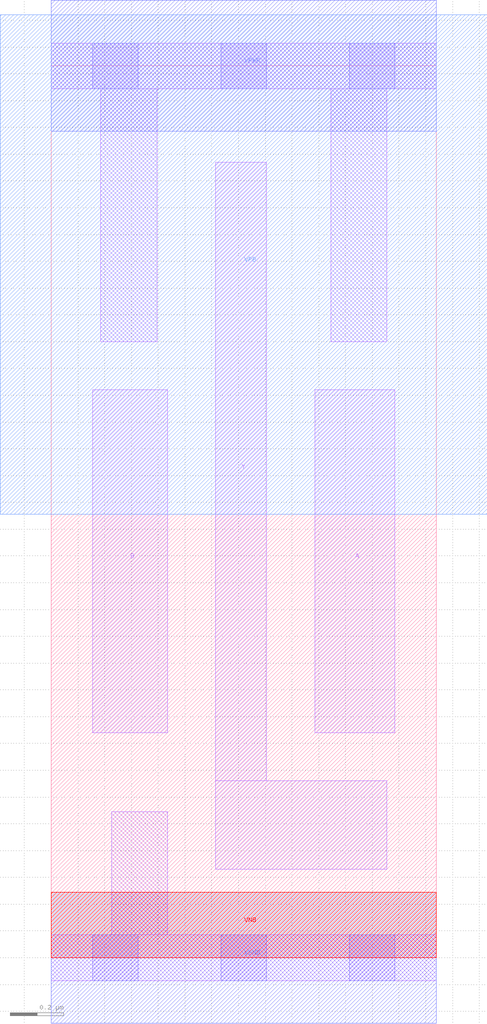
<source format=lef>
# Copyright 2020 The SkyWater PDK Authors
#
# Licensed under the Apache License, Version 2.0 (the "License");
# you may not use this file except in compliance with the License.
# You may obtain a copy of the License at
#
#     https://www.apache.org/licenses/LICENSE-2.0
#
# Unless required by applicable law or agreed to in writing, software
# distributed under the License is distributed on an "AS IS" BASIS,
# WITHOUT WARRANTIES OR CONDITIONS OF ANY KIND, either express or implied.
# See the License for the specific language governing permissions and
# limitations under the License.
#
# SPDX-License-Identifier: Apache-2.0

VERSION 5.7 ;
  NOWIREEXTENSIONATPIN ON ;
  DIVIDERCHAR "/" ;
  BUSBITCHARS "[]" ;
MACRO sky130_fd_sc_lp__nand2_m
  CLASS CORE ;
  FOREIGN sky130_fd_sc_lp__nand2_m ;
  ORIGIN  0.000000  0.000000 ;
  SIZE  1.440000 BY  3.330000 ;
  SYMMETRY X Y R90 ;
  SITE unit ;
  PIN A
    ANTENNAGATEAREA  0.126000 ;
    DIRECTION INPUT ;
    USE SIGNAL ;
    PORT
      LAYER li1 ;
        RECT 0.985000 0.840000 1.285000 2.120000 ;
    END
  END A
  PIN B
    ANTENNAGATEAREA  0.126000 ;
    DIRECTION INPUT ;
    USE SIGNAL ;
    PORT
      LAYER li1 ;
        RECT 0.155000 0.840000 0.435000 2.120000 ;
    END
  END B
  PIN Y
    ANTENNADIFFAREA  0.228900 ;
    DIRECTION OUTPUT ;
    USE SIGNAL ;
    PORT
      LAYER li1 ;
        RECT 0.615000 0.330000 1.255000 0.660000 ;
        RECT 0.615000 0.660000 0.805000 2.970000 ;
    END
  END Y
  PIN VGND
    DIRECTION INOUT ;
    USE GROUND ;
    PORT
      LAYER met1 ;
        RECT 0.000000 -0.245000 1.440000 0.245000 ;
    END
  END VGND
  PIN VNB
    DIRECTION INOUT ;
    USE GROUND ;
    PORT
      LAYER pwell ;
        RECT 0.000000 0.000000 1.440000 0.245000 ;
    END
  END VNB
  PIN VPB
    DIRECTION INOUT ;
    USE POWER ;
    PORT
      LAYER nwell ;
        RECT -0.190000 1.655000 1.630000 3.520000 ;
    END
  END VPB
  PIN VPWR
    DIRECTION INOUT ;
    USE POWER ;
    PORT
      LAYER met1 ;
        RECT 0.000000 3.085000 1.440000 3.575000 ;
    END
  END VPWR
  OBS
    LAYER li1 ;
      RECT 0.000000 -0.085000 1.440000 0.085000 ;
      RECT 0.000000  3.245000 1.440000 3.415000 ;
      RECT 0.185000  2.300000 0.395000 3.245000 ;
      RECT 0.225000  0.085000 0.435000 0.545000 ;
      RECT 1.045000  2.300000 1.255000 3.245000 ;
    LAYER mcon ;
      RECT 0.155000 -0.085000 0.325000 0.085000 ;
      RECT 0.155000  3.245000 0.325000 3.415000 ;
      RECT 0.635000 -0.085000 0.805000 0.085000 ;
      RECT 0.635000  3.245000 0.805000 3.415000 ;
      RECT 1.115000 -0.085000 1.285000 0.085000 ;
      RECT 1.115000  3.245000 1.285000 3.415000 ;
  END
END sky130_fd_sc_lp__nand2_m
END LIBRARY

</source>
